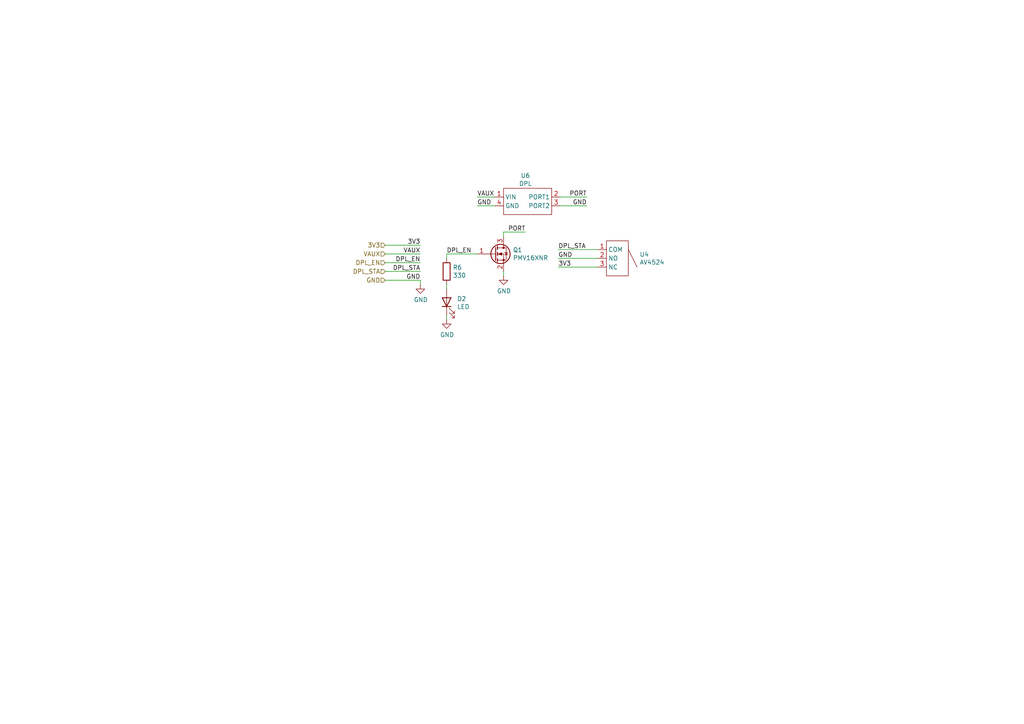
<source format=kicad_sch>
(kicad_sch (version 20200512) (host eeschema "5.99.0-unknown-57e35c9~88~ubuntu19.10.1")
  (page 1 6)
  (paper "A4")
  (lib_symbols
    (symbol "Device:LED" (pin_numbers hide) (pin_names hide)
      (property "Reference" "D" (at 0 2.54 0))
      (property "Value" "LED" (at 0 -2.54 0))
      (symbol "LED_0_1"
        (polyline (pts (xy -1.27 -1.27) (xy -1.27 1.27)) (stroke (width 0.254)))
        (polyline (pts (xy -1.27 0) (xy 1.27 0)))
        (polyline (pts (xy 1.27 -1.27) (xy 1.27 1.27) (xy -1.27 0) (xy 1.27 -1.27)) (stroke (width 0.254)))
        (polyline (pts (xy -3.048 -0.762) (xy -4.572 -2.286) (xy -3.81 -2.286) (xy -4.572 -2.286) (xy -4.572 -1.524)))
        (polyline (pts (xy -1.778 -0.762) (xy -3.302 -2.286) (xy -2.54 -2.286) (xy -3.302 -2.286) (xy -3.302 -1.524)))
      )
      (symbol "LED_1_1"
        (pin passive line (at -3.81 0 0) (length 2.54) (name "K") (number "1"))
        (pin passive line (at 3.81 0 180) (length 2.54) (name "A") (number "2"))
      )
    )
    (symbol "Device:R" (pin_numbers hide) (pin_names (offset 0))
      (property "Reference" "R" (at 2.032 0 90))
      (property "Value" "R" (at 0 0 90))
      (symbol "R_0_1"
        (rectangle (start -1.016 -2.54) (end 1.016 2.54) (stroke (width 0.254)))
      )
      (symbol "R_1_1"
        (pin passive line (at 0 3.81 270) (length 1.27) (name "~") (number "1"))
        (pin passive line (at 0 -3.81 90) (length 1.27) (name "~") (number "2"))
      )
    )
    (symbol "Interrupter:AV4524"
      (property "Reference" "U" (at 0 6.35 0))
      (property "Value" "AV4524" (at 0 -6.35 0))
      (symbol "AV4524_0_1"
        (rectangle (start -2.54 5.08) (end 3.81 -5.08))
        (polyline (pts (xy 3.81 2.54) (xy 6.35 -2.54)))
      )
      (symbol "AV4524_1_1"
        (pin input line (at -5.08 2.54 0) (length 2.54) (name "COM") (number "1"))
        (pin input line (at -5.08 0 0) (length 2.54) (name "NO") (number "2"))
        (pin input line (at -5.08 -2.54 0) (length 2.54) (name "NC") (number "3"))
      )
    )
    (symbol "Interstage:DPL"
      (property "Reference" "U" (at 0 7.62 0))
      (property "Value" "DPL" (at 0 5.08 0))
      (symbol "DPL_0_1"
        (rectangle (start -6.35 3.81) (end 7.62 -3.81))
      )
      (symbol "DPL_1_1"
        (pin input line (at -8.89 1.27 0) (length 2.54) (name "VIN") (number "1"))
        (pin output line (at 10.16 1.27 180) (length 2.54) (name "PORT1") (number "2"))
        (pin output line (at 10.16 -1.27 180) (length 2.54) (name "PORT2") (number "3"))
        (pin input line (at -8.89 -1.27 0) (length 2.54) (name "GND") (number "4"))
      )
    )
    (symbol "Transistor_FET:2N7002" (pin_names (offset 0.508) hide)
      (property "Reference" "Q" (at 5.08 1.905 0))
      (property "Value" "2N7002" (at 5.08 0 0))
      (symbol "2N7002_0_1"
        (circle (center 1.651 0) (radius 2.794) (stroke (width 0.254)))
        (circle (center 2.54 -1.778) (radius 0.254) (fill (type outline)))
        (circle (center 2.54 1.778) (radius 0.254) (fill (type outline)))
        (polyline (pts (xy 0.254 0) (xy -2.54 0)))
        (polyline (pts (xy 0.254 1.905) (xy 0.254 -1.905)) (stroke (width 0.254)))
        (polyline (pts (xy 0.762 -1.27) (xy 0.762 -2.286)) (stroke (width 0.254)))
        (polyline (pts (xy 0.762 0.508) (xy 0.762 -0.508)) (stroke (width 0.254)))
        (polyline (pts (xy 0.762 2.286) (xy 0.762 1.27)) (stroke (width 0.254)))
        (polyline (pts (xy 2.54 2.54) (xy 2.54 1.778)))
        (polyline (pts (xy 2.54 -2.54) (xy 2.54 0) (xy 0.762 0)))
        (polyline (pts (xy 0.762 -1.778) (xy 3.302 -1.778) (xy 3.302 1.778) (xy 0.762 1.778)))
        (polyline (pts (xy 1.016 0) (xy 2.032 0.381) (xy 2.032 -0.381) (xy 1.016 0)) (fill (type outline)))
        (polyline (pts (xy 2.794 0.508) (xy 2.921 0.381) (xy 3.683 0.381) (xy 3.81 0.254)))
        (polyline (pts (xy 3.302 0.381) (xy 2.921 -0.254) (xy 3.683 -0.254) (xy 3.302 0.381)))
      )
      (symbol "2N7002_1_1"
        (pin input line (at -5.08 0 0) (length 2.54) (name "G") (number "1"))
        (pin passive line (at 2.54 -5.08 90) (length 2.54) (name "S") (number "2"))
        (pin passive line (at 2.54 5.08 270) (length 2.54) (name "D") (number "3"))
      )
    )
    (symbol "power:GND" (power) (pin_names (offset 0))
      (property "Value" "GND" (at 0 -3.81 0))
      (symbol "GND_0_1"
        (polyline (pts (xy 0 0) (xy 0 -1.27) (xy 1.27 -1.27) (xy 0 -2.54) (xy -1.27 -1.27) (xy 0 -1.27)))
      )
      (symbol "GND_1_1"
        (pin power_in line (at 0 0 270) (length 0) hide (name "GND") (number "1"))
      )
    )
  )
  (wire (pts (xy 111.76 73.66) (xy 121.92 73.66)))
  (wire (pts (xy 111.76 76.2) (xy 121.92 76.2)))
  (wire (pts (xy 121.92 71.12) (xy 111.76 71.12)))
  (wire (pts (xy 121.92 78.74) (xy 111.76 78.74)))
  (wire (pts (xy 121.92 81.28) (xy 111.76 81.28)))
  (wire (pts (xy 121.92 82.55) (xy 121.92 81.28)))
  (wire (pts (xy 129.54 73.66) (xy 129.54 74.93)))
  (wire (pts (xy 129.54 73.66) (xy 138.43 73.66)))
  (wire (pts (xy 129.54 82.55) (xy 129.54 83.82)))
  (wire (pts (xy 129.54 91.44) (xy 129.54 92.71)))
  (wire (pts (xy 138.43 57.15) (xy 143.51 57.15)))
  (wire (pts (xy 138.43 59.69) (xy 143.51 59.69)))
  (wire (pts (xy 146.05 67.31) (xy 146.05 68.58)))
  (wire (pts (xy 146.05 67.31) (xy 152.4 67.31)))
  (wire (pts (xy 146.05 80.01) (xy 146.05 78.74)))
  (wire (pts (xy 161.925 72.39) (xy 173.355 72.39)))
  (wire (pts (xy 161.925 74.93) (xy 173.355 74.93)))
  (wire (pts (xy 161.925 77.47) (xy 173.355 77.47)))
  (wire (pts (xy 162.56 57.15) (xy 170.18 57.15)))
  (wire (pts (xy 162.56 59.69) (xy 170.18 59.69)))
  (label "3V3" (at 121.92 71.12 180))
  (label "VAUX" (at 121.92 73.66 180))
  (label "DPL_EN" (at 121.92 76.2 180))
  (label "DPL_STA" (at 121.92 78.74 180))
  (label "GND" (at 121.92 81.28 180))
  (label "DPL_EN" (at 129.54 73.66 0))
  (label "VAUX" (at 138.43 57.15 0))
  (label "GND" (at 138.43 59.69 0))
  (label "PORT" (at 152.4 67.31 180))
  (label "DPL_STA" (at 161.925 72.39 0))
  (label "GND" (at 161.925 74.93 0))
  (label "3V3" (at 161.925 77.47 0))
  (label "PORT" (at 170.18 57.15 180))
  (label "GND" (at 170.18 59.69 180))
  (hierarchical_label "3V3" (shape input) (at 111.76 71.12 180))
  (hierarchical_label "VAUX" (shape input) (at 111.76 73.66 180))
  (hierarchical_label "DPL_EN" (shape input) (at 111.76 76.2 180))
  (hierarchical_label "DPL_STA" (shape input) (at 111.76 78.74 180))
  (hierarchical_label "GND" (shape input) (at 111.76 81.28 180))
  (symbol (lib_id "power:GND") (at 121.92 82.55 0) (unit 1)
    (property "Reference" "#PWR0110" (effects hide))
    (property "Value" "GND" (at 122.047 86.9442 0))
  )
  (symbol (lib_id "power:GND") (at 129.54 92.71 0) (unit 1)
    (property "Reference" "#PWR0118" (effects hide))
    (property "Value" "GND" (at 129.667 97.1042 0))
  )
  (symbol (lib_id "power:GND") (at 146.05 80.01 0) (unit 1)
    (property "Reference" "#PWR0112" (effects hide))
    (property "Value" "GND" (at 146.177 84.4042 0))
  )
  (symbol (lib_id "Device:R") (at 129.54 78.74 0) (unit 1)
    (property "Reference" "R6" (at 131.318 77.5716 0) (effects (justify left)))
    (property "Value" "330" (at 131.318 79.883 0) (effects (justify left)))
    (property "Footprint" "Resistor_SMD:R_0603_1608Metric_Pad1.05x0.95mm_HandSolder" (effects hide))
  )
  (symbol (lib_id "Device:LED") (at 129.54 87.63 90) (unit 1)
    (property "Reference" "D2" (at 132.5372 86.6648 90) (effects (justify right)))
    (property "Value" "LED" (at 132.5372 88.9762 90) (effects (justify right)))
    (property "Footprint" "Diode_SMD:D_0805_2012Metric_Pad1.15x1.40mm_HandSolder" (effects hide))
  )
  (symbol (lib_id "Transistor_FET:2N7002") (at 143.51 73.66 0) (unit 1)
    (property "Reference" "Q1" (at 148.7424 72.4916 0) (effects (justify left)))
    (property "Value" "PMV16XNR" (at 148.7424 74.803 0) (effects (justify left)))
    (property "Footprint" "Package_TO_SOT_SMD:SOT-23" (effects hide))
    (property "Datasheet" "https://www.fairchildsemi.com/datasheets/2N/2N7002.pdf" (effects hide))
  )
  (symbol (lib_id "Interrupter:AV4524") (at 178.435 74.93 0) (unit 1)
    (property "Reference" "U4" (at 185.4962 73.787 0) (effects (justify left)))
    (property "Value" "AV4524" (at 185.4962 76.073 0) (effects (justify left)))
    (property "Footprint" "Interrupt:AV4524" (effects hide))
  )
  (symbol (lib_id "Interstage:DPL") (at 152.4 58.42 0) (unit 1)
    (property "Reference" "U6" (at 152.4 50.927 0))
    (property "Value" "DPL" (at 152.4 53.2638 0))
    (property "Footprint" "Interstage:Type-A_middle_port" (effects hide))
  )
)
</source>
